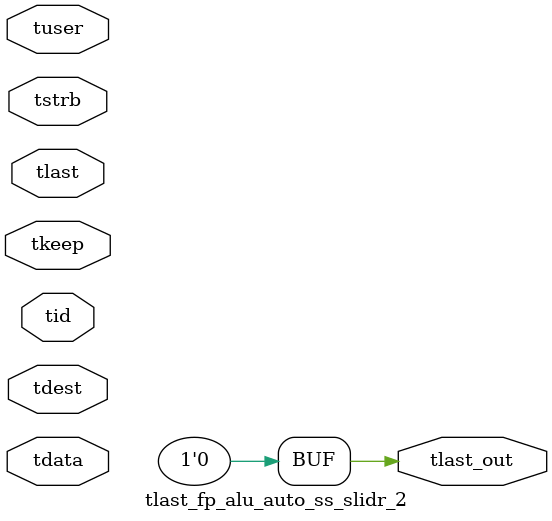
<source format=v>


`timescale 1ps/1ps

module tlast_fp_alu_auto_ss_slidr_2 #
(
parameter C_S_AXIS_TID_WIDTH   = 1,
parameter C_S_AXIS_TUSER_WIDTH = 0,
parameter C_S_AXIS_TDATA_WIDTH = 0,
parameter C_S_AXIS_TDEST_WIDTH = 0
)
(
input  [(C_S_AXIS_TID_WIDTH   == 0 ? 1 : C_S_AXIS_TID_WIDTH)-1:0       ] tid,
input  [(C_S_AXIS_TDATA_WIDTH == 0 ? 1 : C_S_AXIS_TDATA_WIDTH)-1:0     ] tdata,
input  [(C_S_AXIS_TUSER_WIDTH == 0 ? 1 : C_S_AXIS_TUSER_WIDTH)-1:0     ] tuser,
input  [(C_S_AXIS_TDEST_WIDTH == 0 ? 1 : C_S_AXIS_TDEST_WIDTH)-1:0     ] tdest,
input  [(C_S_AXIS_TDATA_WIDTH/8)-1:0 ] tkeep,
input  [(C_S_AXIS_TDATA_WIDTH/8)-1:0 ] tstrb,
input  [0:0]                                                             tlast,
output                                                                   tlast_out
);

assign tlast_out = {1'b0};

endmodule


</source>
